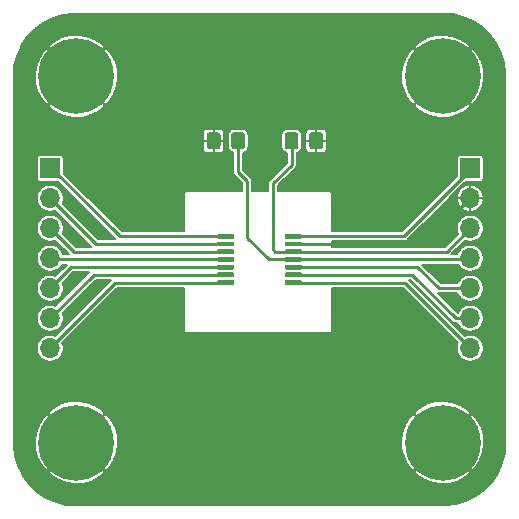
<source format=gbr>
%TF.GenerationSoftware,KiCad,Pcbnew,(5.1.10)-1*%
%TF.CreationDate,2021-11-06T00:44:08+01:00*%
%TF.ProjectId,AS5047D_breakout,41533530-3437-4445-9f62-7265616b6f75,rev?*%
%TF.SameCoordinates,Original*%
%TF.FileFunction,Copper,L1,Top*%
%TF.FilePolarity,Positive*%
%FSLAX46Y46*%
G04 Gerber Fmt 4.6, Leading zero omitted, Abs format (unit mm)*
G04 Created by KiCad (PCBNEW (5.1.10)-1) date 2021-11-06 00:44:08*
%MOMM*%
%LPD*%
G01*
G04 APERTURE LIST*
%TA.AperFunction,ComponentPad*%
%ADD10O,1.700000X1.700000*%
%TD*%
%TA.AperFunction,ComponentPad*%
%ADD11R,1.700000X1.700000*%
%TD*%
%TA.AperFunction,ComponentPad*%
%ADD12C,6.400000*%
%TD*%
%TA.AperFunction,Conductor*%
%ADD13C,0.250000*%
%TD*%
%TA.AperFunction,Conductor*%
%ADD14C,0.200000*%
%TD*%
%TA.AperFunction,Conductor*%
%ADD15C,0.100000*%
%TD*%
G04 APERTURE END LIST*
%TO.P,C2,2*%
%TO.N,GND*%
%TA.AperFunction,SMDPad,CuDef*%
G36*
G01*
X237950000Y-97525000D02*
X237950000Y-98475000D01*
G75*
G02*
X237700000Y-98725000I-250000J0D01*
G01*
X237025000Y-98725000D01*
G75*
G02*
X236775000Y-98475000I0J250000D01*
G01*
X236775000Y-97525000D01*
G75*
G02*
X237025000Y-97275000I250000J0D01*
G01*
X237700000Y-97275000D01*
G75*
G02*
X237950000Y-97525000I0J-250000D01*
G01*
G37*
%TD.AperFunction*%
%TO.P,C2,1*%
%TO.N,VCC*%
%TA.AperFunction,SMDPad,CuDef*%
G36*
G01*
X240025000Y-97525000D02*
X240025000Y-98475000D01*
G75*
G02*
X239775000Y-98725000I-250000J0D01*
G01*
X239100000Y-98725000D01*
G75*
G02*
X238850000Y-98475000I0J250000D01*
G01*
X238850000Y-97525000D01*
G75*
G02*
X239100000Y-97275000I250000J0D01*
G01*
X239775000Y-97275000D01*
G75*
G02*
X240025000Y-97525000I0J-250000D01*
G01*
G37*
%TD.AperFunction*%
%TD*%
%TO.P,C1,2*%
%TO.N,GND*%
%TA.AperFunction,SMDPad,CuDef*%
G36*
G01*
X245450000Y-98475000D02*
X245450000Y-97525000D01*
G75*
G02*
X245700000Y-97275000I250000J0D01*
G01*
X246375000Y-97275000D01*
G75*
G02*
X246625000Y-97525000I0J-250000D01*
G01*
X246625000Y-98475000D01*
G75*
G02*
X246375000Y-98725000I-250000J0D01*
G01*
X245700000Y-98725000D01*
G75*
G02*
X245450000Y-98475000I0J250000D01*
G01*
G37*
%TD.AperFunction*%
%TO.P,C1,1*%
%TO.N,/VDD3V3*%
%TA.AperFunction,SMDPad,CuDef*%
G36*
G01*
X243375000Y-98475000D02*
X243375000Y-97525000D01*
G75*
G02*
X243625000Y-97275000I250000J0D01*
G01*
X244300000Y-97275000D01*
G75*
G02*
X244550000Y-97525000I0J-250000D01*
G01*
X244550000Y-98475000D01*
G75*
G02*
X244300000Y-98725000I-250000J0D01*
G01*
X243625000Y-98725000D01*
G75*
G02*
X243375000Y-98475000I0J250000D01*
G01*
G37*
%TD.AperFunction*%
%TD*%
D10*
%TO.P,J2,7*%
%TO.N,/W_PWM*%
X259080000Y-115570000D03*
%TO.P,J2,6*%
%TO.N,/V*%
X259080000Y-113030000D03*
%TO.P,J2,5*%
%TO.N,/U*%
X259080000Y-110490000D03*
%TO.P,J2,4*%
%TO.N,VCC*%
X259080000Y-107950000D03*
%TO.P,J2,3*%
%TO.N,/VDD3V3*%
X259080000Y-105410000D03*
%TO.P,J2,2*%
%TO.N,GND*%
X259080000Y-102870000D03*
D11*
%TO.P,J2,1*%
%TO.N,/I_PWM*%
X259080000Y-100330000D03*
%TD*%
D10*
%TO.P,J1,7*%
%TO.N,/A*%
X223520000Y-115570000D03*
%TO.P,J1,6*%
%TO.N,/B*%
X223520000Y-113030000D03*
%TO.P,J1,5*%
%TO.N,/TST*%
X223520000Y-110490000D03*
%TO.P,J1,4*%
%TO.N,/MOSI*%
X223520000Y-107950000D03*
%TO.P,J1,3*%
%TO.N,/MISO*%
X223520000Y-105410000D03*
%TO.P,J1,2*%
%TO.N,/CLK*%
X223520000Y-102870000D03*
D11*
%TO.P,J1,1*%
%TO.N,/NCS*%
X223520000Y-100330000D03*
%TD*%
%TO.P,U1,14*%
%TO.N,/I_PWM*%
%TA.AperFunction,SMDPad,CuDef*%
G36*
G01*
X243375000Y-106200000D02*
X243375000Y-106000000D01*
G75*
G02*
X243475000Y-105900000I100000J0D01*
G01*
X244750000Y-105900000D01*
G75*
G02*
X244850000Y-106000000I0J-100000D01*
G01*
X244850000Y-106200000D01*
G75*
G02*
X244750000Y-106300000I-100000J0D01*
G01*
X243475000Y-106300000D01*
G75*
G02*
X243375000Y-106200000I0J100000D01*
G01*
G37*
%TD.AperFunction*%
%TO.P,U1,13*%
%TO.N,GND*%
%TA.AperFunction,SMDPad,CuDef*%
G36*
G01*
X243375000Y-106850000D02*
X243375000Y-106650000D01*
G75*
G02*
X243475000Y-106550000I100000J0D01*
G01*
X244750000Y-106550000D01*
G75*
G02*
X244850000Y-106650000I0J-100000D01*
G01*
X244850000Y-106850000D01*
G75*
G02*
X244750000Y-106950000I-100000J0D01*
G01*
X243475000Y-106950000D01*
G75*
G02*
X243375000Y-106850000I0J100000D01*
G01*
G37*
%TD.AperFunction*%
%TO.P,U1,12*%
%TO.N,/VDD3V3*%
%TA.AperFunction,SMDPad,CuDef*%
G36*
G01*
X243375000Y-107500000D02*
X243375000Y-107300000D01*
G75*
G02*
X243475000Y-107200000I100000J0D01*
G01*
X244750000Y-107200000D01*
G75*
G02*
X244850000Y-107300000I0J-100000D01*
G01*
X244850000Y-107500000D01*
G75*
G02*
X244750000Y-107600000I-100000J0D01*
G01*
X243475000Y-107600000D01*
G75*
G02*
X243375000Y-107500000I0J100000D01*
G01*
G37*
%TD.AperFunction*%
%TO.P,U1,11*%
%TO.N,VCC*%
%TA.AperFunction,SMDPad,CuDef*%
G36*
G01*
X243375000Y-108150000D02*
X243375000Y-107950000D01*
G75*
G02*
X243475000Y-107850000I100000J0D01*
G01*
X244750000Y-107850000D01*
G75*
G02*
X244850000Y-107950000I0J-100000D01*
G01*
X244850000Y-108150000D01*
G75*
G02*
X244750000Y-108250000I-100000J0D01*
G01*
X243475000Y-108250000D01*
G75*
G02*
X243375000Y-108150000I0J100000D01*
G01*
G37*
%TD.AperFunction*%
%TO.P,U1,10*%
%TO.N,/U*%
%TA.AperFunction,SMDPad,CuDef*%
G36*
G01*
X243375000Y-108800000D02*
X243375000Y-108600000D01*
G75*
G02*
X243475000Y-108500000I100000J0D01*
G01*
X244750000Y-108500000D01*
G75*
G02*
X244850000Y-108600000I0J-100000D01*
G01*
X244850000Y-108800000D01*
G75*
G02*
X244750000Y-108900000I-100000J0D01*
G01*
X243475000Y-108900000D01*
G75*
G02*
X243375000Y-108800000I0J100000D01*
G01*
G37*
%TD.AperFunction*%
%TO.P,U1,9*%
%TO.N,/V*%
%TA.AperFunction,SMDPad,CuDef*%
G36*
G01*
X243375000Y-109450000D02*
X243375000Y-109250000D01*
G75*
G02*
X243475000Y-109150000I100000J0D01*
G01*
X244750000Y-109150000D01*
G75*
G02*
X244850000Y-109250000I0J-100000D01*
G01*
X244850000Y-109450000D01*
G75*
G02*
X244750000Y-109550000I-100000J0D01*
G01*
X243475000Y-109550000D01*
G75*
G02*
X243375000Y-109450000I0J100000D01*
G01*
G37*
%TD.AperFunction*%
%TO.P,U1,8*%
%TO.N,/W_PWM*%
%TA.AperFunction,SMDPad,CuDef*%
G36*
G01*
X243375000Y-110100000D02*
X243375000Y-109900000D01*
G75*
G02*
X243475000Y-109800000I100000J0D01*
G01*
X244750000Y-109800000D01*
G75*
G02*
X244850000Y-109900000I0J-100000D01*
G01*
X244850000Y-110100000D01*
G75*
G02*
X244750000Y-110200000I-100000J0D01*
G01*
X243475000Y-110200000D01*
G75*
G02*
X243375000Y-110100000I0J100000D01*
G01*
G37*
%TD.AperFunction*%
%TO.P,U1,7*%
%TO.N,/A*%
%TA.AperFunction,SMDPad,CuDef*%
G36*
G01*
X237650000Y-110100000D02*
X237650000Y-109900000D01*
G75*
G02*
X237750000Y-109800000I100000J0D01*
G01*
X239025000Y-109800000D01*
G75*
G02*
X239125000Y-109900000I0J-100000D01*
G01*
X239125000Y-110100000D01*
G75*
G02*
X239025000Y-110200000I-100000J0D01*
G01*
X237750000Y-110200000D01*
G75*
G02*
X237650000Y-110100000I0J100000D01*
G01*
G37*
%TD.AperFunction*%
%TO.P,U1,6*%
%TO.N,/B*%
%TA.AperFunction,SMDPad,CuDef*%
G36*
G01*
X237650000Y-109450000D02*
X237650000Y-109250000D01*
G75*
G02*
X237750000Y-109150000I100000J0D01*
G01*
X239025000Y-109150000D01*
G75*
G02*
X239125000Y-109250000I0J-100000D01*
G01*
X239125000Y-109450000D01*
G75*
G02*
X239025000Y-109550000I-100000J0D01*
G01*
X237750000Y-109550000D01*
G75*
G02*
X237650000Y-109450000I0J100000D01*
G01*
G37*
%TD.AperFunction*%
%TO.P,U1,5*%
%TO.N,/TST*%
%TA.AperFunction,SMDPad,CuDef*%
G36*
G01*
X237650000Y-108800000D02*
X237650000Y-108600000D01*
G75*
G02*
X237750000Y-108500000I100000J0D01*
G01*
X239025000Y-108500000D01*
G75*
G02*
X239125000Y-108600000I0J-100000D01*
G01*
X239125000Y-108800000D01*
G75*
G02*
X239025000Y-108900000I-100000J0D01*
G01*
X237750000Y-108900000D01*
G75*
G02*
X237650000Y-108800000I0J100000D01*
G01*
G37*
%TD.AperFunction*%
%TO.P,U1,4*%
%TO.N,/MOSI*%
%TA.AperFunction,SMDPad,CuDef*%
G36*
G01*
X237650000Y-108150000D02*
X237650000Y-107950000D01*
G75*
G02*
X237750000Y-107850000I100000J0D01*
G01*
X239025000Y-107850000D01*
G75*
G02*
X239125000Y-107950000I0J-100000D01*
G01*
X239125000Y-108150000D01*
G75*
G02*
X239025000Y-108250000I-100000J0D01*
G01*
X237750000Y-108250000D01*
G75*
G02*
X237650000Y-108150000I0J100000D01*
G01*
G37*
%TD.AperFunction*%
%TO.P,U1,3*%
%TO.N,/MISO*%
%TA.AperFunction,SMDPad,CuDef*%
G36*
G01*
X237650000Y-107500000D02*
X237650000Y-107300000D01*
G75*
G02*
X237750000Y-107200000I100000J0D01*
G01*
X239025000Y-107200000D01*
G75*
G02*
X239125000Y-107300000I0J-100000D01*
G01*
X239125000Y-107500000D01*
G75*
G02*
X239025000Y-107600000I-100000J0D01*
G01*
X237750000Y-107600000D01*
G75*
G02*
X237650000Y-107500000I0J100000D01*
G01*
G37*
%TD.AperFunction*%
%TO.P,U1,2*%
%TO.N,/CLK*%
%TA.AperFunction,SMDPad,CuDef*%
G36*
G01*
X237650000Y-106850000D02*
X237650000Y-106650000D01*
G75*
G02*
X237750000Y-106550000I100000J0D01*
G01*
X239025000Y-106550000D01*
G75*
G02*
X239125000Y-106650000I0J-100000D01*
G01*
X239125000Y-106850000D01*
G75*
G02*
X239025000Y-106950000I-100000J0D01*
G01*
X237750000Y-106950000D01*
G75*
G02*
X237650000Y-106850000I0J100000D01*
G01*
G37*
%TD.AperFunction*%
%TO.P,U1,1*%
%TO.N,/NCS*%
%TA.AperFunction,SMDPad,CuDef*%
G36*
G01*
X237650000Y-106200000D02*
X237650000Y-106000000D01*
G75*
G02*
X237750000Y-105900000I100000J0D01*
G01*
X239025000Y-105900000D01*
G75*
G02*
X239125000Y-106000000I0J-100000D01*
G01*
X239125000Y-106200000D01*
G75*
G02*
X239025000Y-106300000I-100000J0D01*
G01*
X237750000Y-106300000D01*
G75*
G02*
X237650000Y-106200000I0J100000D01*
G01*
G37*
%TD.AperFunction*%
%TD*%
D12*
%TO.P,H4,1*%
%TO.N,GND*%
X225750000Y-123550000D03*
%TD*%
%TO.P,H3,1*%
%TO.N,GND*%
X225750000Y-92550000D03*
%TD*%
%TO.P,H2,1*%
%TO.N,GND*%
X256750000Y-123550000D03*
%TD*%
%TO.P,H1,1*%
%TO.N,GND*%
X256750000Y-92550000D03*
%TD*%
D13*
%TO.N,GND*%
X244112500Y-106750000D02*
X255200000Y-106750000D01*
X255200000Y-106750000D02*
X259080000Y-102870000D01*
%TO.N,VCC*%
X258980000Y-108050000D02*
X259080000Y-107950000D01*
X244112500Y-108050000D02*
X258980000Y-108050000D01*
X244112500Y-108050000D02*
X242050000Y-108050000D01*
X242050000Y-108050000D02*
X240200000Y-106200000D01*
X240200000Y-106200000D02*
X240200000Y-101400000D01*
X239437500Y-100637500D02*
X239437500Y-98000000D01*
X240200000Y-101400000D02*
X239437500Y-100637500D01*
%TO.N,/A*%
X223520000Y-115530000D02*
X223520000Y-115570000D01*
X229050000Y-110000000D02*
X223520000Y-115530000D01*
X238387500Y-110000000D02*
X229050000Y-110000000D01*
%TO.N,/B*%
X238387500Y-109350000D02*
X227200000Y-109350000D01*
X227200000Y-109350000D02*
X223520000Y-113030000D01*
%TO.N,/TST*%
X238387500Y-108700000D02*
X225310000Y-108700000D01*
X225310000Y-108700000D02*
X223520000Y-110490000D01*
%TO.N,/MOSI*%
X223620000Y-108050000D02*
X223520000Y-107950000D01*
X238387500Y-108050000D02*
X223620000Y-108050000D01*
%TO.N,/MISO*%
X238387500Y-107400000D02*
X225510000Y-107400000D01*
X225510000Y-107400000D02*
X223520000Y-105410000D01*
%TO.N,/CLK*%
X223520000Y-102870000D02*
X227400000Y-106750000D01*
X227400000Y-106750000D02*
X238387500Y-106750000D01*
%TO.N,/NCS*%
X223630000Y-100330000D02*
X223520000Y-100330000D01*
X229400000Y-106100000D02*
X223630000Y-100330000D01*
X238387500Y-106100000D02*
X229400000Y-106100000D01*
%TO.N,/W_PWM*%
X259080000Y-115530000D02*
X253550000Y-110000000D01*
X259080000Y-115570000D02*
X259080000Y-115530000D01*
X253550000Y-110000000D02*
X244112500Y-110000000D01*
%TO.N,/V*%
X244112500Y-109350000D02*
X254197919Y-109350000D01*
X254197919Y-109350000D02*
X257877919Y-113030000D01*
X257877919Y-113030000D02*
X259080000Y-113030000D01*
%TO.N,/U*%
X244112500Y-108700000D02*
X254623000Y-108700000D01*
X256413000Y-110490000D02*
X259080000Y-110490000D01*
X254623000Y-108700000D02*
X256413000Y-110490000D01*
%TO.N,/VDD3V3*%
X244112500Y-107400000D02*
X257090000Y-107400000D01*
X257090000Y-107400000D02*
X259080000Y-105410000D01*
X243962500Y-98000000D02*
X243962500Y-100037500D01*
X243962500Y-100037500D02*
X242400000Y-101600000D01*
X242400000Y-101600000D02*
X242400000Y-107200000D01*
X242600000Y-107400000D02*
X244112500Y-107400000D01*
X242400000Y-107200000D02*
X242600000Y-107400000D01*
%TO.N,/I_PWM*%
X259080000Y-100470000D02*
X259080000Y-100330000D01*
X244112500Y-106100000D02*
X253450000Y-106100000D01*
X253450000Y-106100000D02*
X259080000Y-100470000D01*
%TD*%
D14*
%TO.N,GND*%
X257647007Y-87302279D02*
X258518368Y-87528441D01*
X259339171Y-87898185D01*
X260085933Y-88400935D01*
X260737316Y-89022324D01*
X261274685Y-89744574D01*
X261682682Y-90547043D01*
X261949640Y-91406790D01*
X262069233Y-92309097D01*
X262075000Y-92553838D01*
X262075001Y-123536228D01*
X261997721Y-124447005D01*
X261771559Y-125318370D01*
X261401815Y-126139171D01*
X260899065Y-126885933D01*
X260277680Y-127537313D01*
X259555426Y-128074685D01*
X258752952Y-128482685D01*
X257893210Y-128749640D01*
X256990904Y-128869233D01*
X256746162Y-128875000D01*
X225763760Y-128875000D01*
X224852995Y-128797721D01*
X223981630Y-128571559D01*
X223160829Y-128201815D01*
X222414067Y-127699065D01*
X221762687Y-127077680D01*
X221225315Y-126355426D01*
X221040888Y-125992686D01*
X223314386Y-125992686D01*
X223680939Y-126406325D01*
X224277937Y-126755096D01*
X224931505Y-126980696D01*
X225616527Y-127074457D01*
X226306679Y-127032775D01*
X226975438Y-126857251D01*
X227597104Y-126554632D01*
X227819061Y-126406325D01*
X228185614Y-125992686D01*
X254314386Y-125992686D01*
X254680939Y-126406325D01*
X255277937Y-126755096D01*
X255931505Y-126980696D01*
X256616527Y-127074457D01*
X257306679Y-127032775D01*
X257975438Y-126857251D01*
X258597104Y-126554632D01*
X258819061Y-126406325D01*
X259185614Y-125992686D01*
X256750000Y-123557071D01*
X254314386Y-125992686D01*
X228185614Y-125992686D01*
X225750000Y-123557071D01*
X223314386Y-125992686D01*
X221040888Y-125992686D01*
X220817315Y-125552952D01*
X220550360Y-124693210D01*
X220430767Y-123790904D01*
X220425000Y-123546162D01*
X220425000Y-123416527D01*
X222225543Y-123416527D01*
X222267225Y-124106679D01*
X222442749Y-124775438D01*
X222745368Y-125397104D01*
X222893675Y-125619061D01*
X223307314Y-125985614D01*
X225742929Y-123550000D01*
X225757071Y-123550000D01*
X228192686Y-125985614D01*
X228606325Y-125619061D01*
X228955096Y-125022063D01*
X229180696Y-124368495D01*
X229274457Y-123683473D01*
X229258335Y-123416527D01*
X253225543Y-123416527D01*
X253267225Y-124106679D01*
X253442749Y-124775438D01*
X253745368Y-125397104D01*
X253893675Y-125619061D01*
X254307314Y-125985614D01*
X256742929Y-123550000D01*
X256757071Y-123550000D01*
X259192686Y-125985614D01*
X259606325Y-125619061D01*
X259955096Y-125022063D01*
X260180696Y-124368495D01*
X260274457Y-123683473D01*
X260232775Y-122993321D01*
X260057251Y-122324562D01*
X259754632Y-121702896D01*
X259606325Y-121480939D01*
X259192686Y-121114386D01*
X256757071Y-123550000D01*
X256742929Y-123550000D01*
X254307314Y-121114386D01*
X253893675Y-121480939D01*
X253544904Y-122077937D01*
X253319304Y-122731505D01*
X253225543Y-123416527D01*
X229258335Y-123416527D01*
X229232775Y-122993321D01*
X229057251Y-122324562D01*
X228754632Y-121702896D01*
X228606325Y-121480939D01*
X228192686Y-121114386D01*
X225757071Y-123550000D01*
X225742929Y-123550000D01*
X223307314Y-121114386D01*
X222893675Y-121480939D01*
X222544904Y-122077937D01*
X222319304Y-122731505D01*
X222225543Y-123416527D01*
X220425000Y-123416527D01*
X220425000Y-121107314D01*
X223314386Y-121107314D01*
X225750000Y-123542929D01*
X228185614Y-121107314D01*
X254314386Y-121107314D01*
X256750000Y-123542929D01*
X259185614Y-121107314D01*
X258819061Y-120693675D01*
X258222063Y-120344904D01*
X257568495Y-120119304D01*
X256883473Y-120025543D01*
X256193321Y-120067225D01*
X255524562Y-120242749D01*
X254902896Y-120545368D01*
X254680939Y-120693675D01*
X254314386Y-121107314D01*
X228185614Y-121107314D01*
X227819061Y-120693675D01*
X227222063Y-120344904D01*
X226568495Y-120119304D01*
X225883473Y-120025543D01*
X225193321Y-120067225D01*
X224524562Y-120242749D01*
X223902896Y-120545368D01*
X223680939Y-120693675D01*
X223314386Y-121107314D01*
X220425000Y-121107314D01*
X220425000Y-99480000D01*
X222368549Y-99480000D01*
X222368549Y-101180000D01*
X222374341Y-101238810D01*
X222391496Y-101295360D01*
X222419353Y-101347477D01*
X222456842Y-101393158D01*
X222502523Y-101430647D01*
X222554640Y-101458504D01*
X222611190Y-101475659D01*
X222670000Y-101481451D01*
X224180411Y-101481451D01*
X229023959Y-106325000D01*
X227576040Y-106325000D01*
X224576212Y-103325172D01*
X224625806Y-103205443D01*
X224670000Y-102983265D01*
X224670000Y-102756735D01*
X224625806Y-102534557D01*
X224539116Y-102325271D01*
X224413263Y-102136918D01*
X224253082Y-101976737D01*
X224064729Y-101850884D01*
X223855443Y-101764194D01*
X223633265Y-101720000D01*
X223406735Y-101720000D01*
X223184557Y-101764194D01*
X222975271Y-101850884D01*
X222786918Y-101976737D01*
X222626737Y-102136918D01*
X222500884Y-102325271D01*
X222414194Y-102534557D01*
X222370000Y-102756735D01*
X222370000Y-102983265D01*
X222414194Y-103205443D01*
X222500884Y-103414729D01*
X222626737Y-103603082D01*
X222786918Y-103763263D01*
X222975271Y-103889116D01*
X223184557Y-103975806D01*
X223406735Y-104020000D01*
X223633265Y-104020000D01*
X223855443Y-103975806D01*
X223975172Y-103926212D01*
X227023960Y-106975000D01*
X225686041Y-106975000D01*
X224576212Y-105865172D01*
X224625806Y-105745443D01*
X224670000Y-105523265D01*
X224670000Y-105296735D01*
X224625806Y-105074557D01*
X224539116Y-104865271D01*
X224413263Y-104676918D01*
X224253082Y-104516737D01*
X224064729Y-104390884D01*
X223855443Y-104304194D01*
X223633265Y-104260000D01*
X223406735Y-104260000D01*
X223184557Y-104304194D01*
X222975271Y-104390884D01*
X222786918Y-104516737D01*
X222626737Y-104676918D01*
X222500884Y-104865271D01*
X222414194Y-105074557D01*
X222370000Y-105296735D01*
X222370000Y-105523265D01*
X222414194Y-105745443D01*
X222500884Y-105954729D01*
X222626737Y-106143082D01*
X222786918Y-106303263D01*
X222975271Y-106429116D01*
X223184557Y-106515806D01*
X223406735Y-106560000D01*
X223633265Y-106560000D01*
X223855443Y-106515806D01*
X223975172Y-106466212D01*
X225133959Y-107625000D01*
X224627883Y-107625000D01*
X224625806Y-107614557D01*
X224539116Y-107405271D01*
X224413263Y-107216918D01*
X224253082Y-107056737D01*
X224064729Y-106930884D01*
X223855443Y-106844194D01*
X223633265Y-106800000D01*
X223406735Y-106800000D01*
X223184557Y-106844194D01*
X222975271Y-106930884D01*
X222786918Y-107056737D01*
X222626737Y-107216918D01*
X222500884Y-107405271D01*
X222414194Y-107614557D01*
X222370000Y-107836735D01*
X222370000Y-108063265D01*
X222414194Y-108285443D01*
X222500884Y-108494729D01*
X222626737Y-108683082D01*
X222786918Y-108843263D01*
X222975271Y-108969116D01*
X223184557Y-109055806D01*
X223406735Y-109100000D01*
X223633265Y-109100000D01*
X223855443Y-109055806D01*
X224064729Y-108969116D01*
X224253082Y-108843263D01*
X224413263Y-108683082D01*
X224539116Y-108494729D01*
X224547288Y-108475000D01*
X224933959Y-108475000D01*
X223975172Y-109433788D01*
X223855443Y-109384194D01*
X223633265Y-109340000D01*
X223406735Y-109340000D01*
X223184557Y-109384194D01*
X222975271Y-109470884D01*
X222786918Y-109596737D01*
X222626737Y-109756918D01*
X222500884Y-109945271D01*
X222414194Y-110154557D01*
X222370000Y-110376735D01*
X222370000Y-110603265D01*
X222414194Y-110825443D01*
X222500884Y-111034729D01*
X222626737Y-111223082D01*
X222786918Y-111383263D01*
X222975271Y-111509116D01*
X223184557Y-111595806D01*
X223406735Y-111640000D01*
X223633265Y-111640000D01*
X223855443Y-111595806D01*
X224064729Y-111509116D01*
X224253082Y-111383263D01*
X224413263Y-111223082D01*
X224539116Y-111034729D01*
X224625806Y-110825443D01*
X224670000Y-110603265D01*
X224670000Y-110376735D01*
X224625806Y-110154557D01*
X224576212Y-110034828D01*
X225486041Y-109125000D01*
X226823959Y-109125000D01*
X223975172Y-111973788D01*
X223855443Y-111924194D01*
X223633265Y-111880000D01*
X223406735Y-111880000D01*
X223184557Y-111924194D01*
X222975271Y-112010884D01*
X222786918Y-112136737D01*
X222626737Y-112296918D01*
X222500884Y-112485271D01*
X222414194Y-112694557D01*
X222370000Y-112916735D01*
X222370000Y-113143265D01*
X222414194Y-113365443D01*
X222500884Y-113574729D01*
X222626737Y-113763082D01*
X222786918Y-113923263D01*
X222975271Y-114049116D01*
X223184557Y-114135806D01*
X223406735Y-114180000D01*
X223633265Y-114180000D01*
X223855443Y-114135806D01*
X224064729Y-114049116D01*
X224253082Y-113923263D01*
X224413263Y-113763082D01*
X224539116Y-113574729D01*
X224625806Y-113365443D01*
X224670000Y-113143265D01*
X224670000Y-112916735D01*
X224625806Y-112694557D01*
X224576212Y-112574828D01*
X227376041Y-109775000D01*
X228673959Y-109775000D01*
X223946888Y-114502072D01*
X223855443Y-114464194D01*
X223633265Y-114420000D01*
X223406735Y-114420000D01*
X223184557Y-114464194D01*
X222975271Y-114550884D01*
X222786918Y-114676737D01*
X222626737Y-114836918D01*
X222500884Y-115025271D01*
X222414194Y-115234557D01*
X222370000Y-115456735D01*
X222370000Y-115683265D01*
X222414194Y-115905443D01*
X222500884Y-116114729D01*
X222626737Y-116303082D01*
X222786918Y-116463263D01*
X222975271Y-116589116D01*
X223184557Y-116675806D01*
X223406735Y-116720000D01*
X223633265Y-116720000D01*
X223855443Y-116675806D01*
X224064729Y-116589116D01*
X224253082Y-116463263D01*
X224413263Y-116303082D01*
X224539116Y-116114729D01*
X224625806Y-115905443D01*
X224670000Y-115683265D01*
X224670000Y-115456735D01*
X224625806Y-115234557D01*
X224564496Y-115086544D01*
X229226041Y-110425000D01*
X234897665Y-110425000D01*
X234897665Y-114150000D01*
X234899586Y-114169509D01*
X234905277Y-114188268D01*
X234914518Y-114205557D01*
X234926954Y-114220711D01*
X234942108Y-114233147D01*
X234959397Y-114242388D01*
X234978156Y-114248079D01*
X234997665Y-114250000D01*
X247247665Y-114250000D01*
X247267174Y-114248079D01*
X247285933Y-114242388D01*
X247303222Y-114233147D01*
X247318376Y-114220711D01*
X247330812Y-114205557D01*
X247340053Y-114188268D01*
X247345744Y-114169509D01*
X247347665Y-114150000D01*
X247347665Y-110425000D01*
X253373960Y-110425000D01*
X258035503Y-115086544D01*
X257974194Y-115234557D01*
X257930000Y-115456735D01*
X257930000Y-115683265D01*
X257974194Y-115905443D01*
X258060884Y-116114729D01*
X258186737Y-116303082D01*
X258346918Y-116463263D01*
X258535271Y-116589116D01*
X258744557Y-116675806D01*
X258966735Y-116720000D01*
X259193265Y-116720000D01*
X259415443Y-116675806D01*
X259624729Y-116589116D01*
X259813082Y-116463263D01*
X259973263Y-116303082D01*
X260099116Y-116114729D01*
X260185806Y-115905443D01*
X260230000Y-115683265D01*
X260230000Y-115456735D01*
X260185806Y-115234557D01*
X260099116Y-115025271D01*
X259973263Y-114836918D01*
X259813082Y-114676737D01*
X259624729Y-114550884D01*
X259415443Y-114464194D01*
X259193265Y-114420000D01*
X258966735Y-114420000D01*
X258744557Y-114464194D01*
X258653113Y-114502072D01*
X253926040Y-109775000D01*
X254021879Y-109775000D01*
X257562640Y-113315762D01*
X257575945Y-113331974D01*
X257640659Y-113385084D01*
X257714492Y-113424548D01*
X257770302Y-113441478D01*
X257794604Y-113448850D01*
X257802246Y-113449603D01*
X257857045Y-113455000D01*
X257857052Y-113455000D01*
X257877919Y-113457055D01*
X257898786Y-113455000D01*
X258011290Y-113455000D01*
X258060884Y-113574729D01*
X258186737Y-113763082D01*
X258346918Y-113923263D01*
X258535271Y-114049116D01*
X258744557Y-114135806D01*
X258966735Y-114180000D01*
X259193265Y-114180000D01*
X259415443Y-114135806D01*
X259624729Y-114049116D01*
X259813082Y-113923263D01*
X259973263Y-113763082D01*
X260099116Y-113574729D01*
X260185806Y-113365443D01*
X260230000Y-113143265D01*
X260230000Y-112916735D01*
X260185806Y-112694557D01*
X260099116Y-112485271D01*
X259973263Y-112296918D01*
X259813082Y-112136737D01*
X259624729Y-112010884D01*
X259415443Y-111924194D01*
X259193265Y-111880000D01*
X258966735Y-111880000D01*
X258744557Y-111924194D01*
X258535271Y-112010884D01*
X258346918Y-112136737D01*
X258186737Y-112296918D01*
X258060884Y-112485271D01*
X258023788Y-112574828D01*
X256360882Y-110911923D01*
X256392126Y-110915000D01*
X256392132Y-110915000D01*
X256412999Y-110917055D01*
X256433866Y-110915000D01*
X258011290Y-110915000D01*
X258060884Y-111034729D01*
X258186737Y-111223082D01*
X258346918Y-111383263D01*
X258535271Y-111509116D01*
X258744557Y-111595806D01*
X258966735Y-111640000D01*
X259193265Y-111640000D01*
X259415443Y-111595806D01*
X259624729Y-111509116D01*
X259813082Y-111383263D01*
X259973263Y-111223082D01*
X260099116Y-111034729D01*
X260185806Y-110825443D01*
X260230000Y-110603265D01*
X260230000Y-110376735D01*
X260185806Y-110154557D01*
X260099116Y-109945271D01*
X259973263Y-109756918D01*
X259813082Y-109596737D01*
X259624729Y-109470884D01*
X259415443Y-109384194D01*
X259193265Y-109340000D01*
X258966735Y-109340000D01*
X258744557Y-109384194D01*
X258535271Y-109470884D01*
X258346918Y-109596737D01*
X258186737Y-109756918D01*
X258060884Y-109945271D01*
X258011290Y-110065000D01*
X256589041Y-110065000D01*
X254999040Y-108475000D01*
X258052712Y-108475000D01*
X258060884Y-108494729D01*
X258186737Y-108683082D01*
X258346918Y-108843263D01*
X258535271Y-108969116D01*
X258744557Y-109055806D01*
X258966735Y-109100000D01*
X259193265Y-109100000D01*
X259415443Y-109055806D01*
X259624729Y-108969116D01*
X259813082Y-108843263D01*
X259973263Y-108683082D01*
X260099116Y-108494729D01*
X260185806Y-108285443D01*
X260230000Y-108063265D01*
X260230000Y-107836735D01*
X260185806Y-107614557D01*
X260099116Y-107405271D01*
X259973263Y-107216918D01*
X259813082Y-107056737D01*
X259624729Y-106930884D01*
X259415443Y-106844194D01*
X259193265Y-106800000D01*
X258966735Y-106800000D01*
X258744557Y-106844194D01*
X258535271Y-106930884D01*
X258346918Y-107056737D01*
X258186737Y-107216918D01*
X258060884Y-107405271D01*
X257974194Y-107614557D01*
X257972117Y-107625000D01*
X257466040Y-107625000D01*
X258624828Y-106466212D01*
X258744557Y-106515806D01*
X258966735Y-106560000D01*
X259193265Y-106560000D01*
X259415443Y-106515806D01*
X259624729Y-106429116D01*
X259813082Y-106303263D01*
X259973263Y-106143082D01*
X260099116Y-105954729D01*
X260185806Y-105745443D01*
X260230000Y-105523265D01*
X260230000Y-105296735D01*
X260185806Y-105074557D01*
X260099116Y-104865271D01*
X259973263Y-104676918D01*
X259813082Y-104516737D01*
X259624729Y-104390884D01*
X259415443Y-104304194D01*
X259193265Y-104260000D01*
X258966735Y-104260000D01*
X258744557Y-104304194D01*
X258535271Y-104390884D01*
X258346918Y-104516737D01*
X258186737Y-104676918D01*
X258060884Y-104865271D01*
X257974194Y-105074557D01*
X257930000Y-105296735D01*
X257930000Y-105523265D01*
X257974194Y-105745443D01*
X258023788Y-105865172D01*
X256913960Y-106975000D01*
X247347665Y-106975000D01*
X247347665Y-106525000D01*
X253429133Y-106525000D01*
X253450000Y-106527055D01*
X253470867Y-106525000D01*
X253470874Y-106525000D01*
X253533314Y-106518850D01*
X253613427Y-106494548D01*
X253687260Y-106455084D01*
X253751974Y-106401974D01*
X253765284Y-106385756D01*
X257094639Y-103056401D01*
X257935075Y-103056401D01*
X257950894Y-103135932D01*
X258024470Y-103351100D01*
X258138610Y-103547779D01*
X258288927Y-103718412D01*
X258469644Y-103856441D01*
X258673817Y-103956561D01*
X258893599Y-104014925D01*
X259075000Y-103952489D01*
X259075000Y-102875000D01*
X259085000Y-102875000D01*
X259085000Y-103952489D01*
X259266401Y-104014925D01*
X259486183Y-103956561D01*
X259690356Y-103856441D01*
X259871073Y-103718412D01*
X260021390Y-103547779D01*
X260135530Y-103351100D01*
X260209106Y-103135932D01*
X260224925Y-103056401D01*
X260162488Y-102875000D01*
X259085000Y-102875000D01*
X259075000Y-102875000D01*
X257997512Y-102875000D01*
X257935075Y-103056401D01*
X257094639Y-103056401D01*
X257467441Y-102683599D01*
X257935075Y-102683599D01*
X257997512Y-102865000D01*
X259075000Y-102865000D01*
X259075000Y-101787511D01*
X259085000Y-101787511D01*
X259085000Y-102865000D01*
X260162488Y-102865000D01*
X260224925Y-102683599D01*
X260209106Y-102604068D01*
X260135530Y-102388900D01*
X260021390Y-102192221D01*
X259871073Y-102021588D01*
X259690356Y-101883559D01*
X259486183Y-101783439D01*
X259266401Y-101725075D01*
X259085000Y-101787511D01*
X259075000Y-101787511D01*
X258893599Y-101725075D01*
X258673817Y-101783439D01*
X258469644Y-101883559D01*
X258288927Y-102021588D01*
X258138610Y-102192221D01*
X258024470Y-102388900D01*
X257950894Y-102604068D01*
X257935075Y-102683599D01*
X257467441Y-102683599D01*
X258669590Y-101481451D01*
X259930000Y-101481451D01*
X259988810Y-101475659D01*
X260045360Y-101458504D01*
X260097477Y-101430647D01*
X260143158Y-101393158D01*
X260180647Y-101347477D01*
X260208504Y-101295360D01*
X260225659Y-101238810D01*
X260231451Y-101180000D01*
X260231451Y-99480000D01*
X260225659Y-99421190D01*
X260208504Y-99364640D01*
X260180647Y-99312523D01*
X260143158Y-99266842D01*
X260097477Y-99229353D01*
X260045360Y-99201496D01*
X259988810Y-99184341D01*
X259930000Y-99178549D01*
X258230000Y-99178549D01*
X258171190Y-99184341D01*
X258114640Y-99201496D01*
X258062523Y-99229353D01*
X258016842Y-99266842D01*
X257979353Y-99312523D01*
X257951496Y-99364640D01*
X257934341Y-99421190D01*
X257928549Y-99480000D01*
X257928549Y-101020410D01*
X253273960Y-105675000D01*
X247347665Y-105675000D01*
X247347665Y-102350000D01*
X247345744Y-102330491D01*
X247340053Y-102311732D01*
X247330812Y-102294443D01*
X247318376Y-102279289D01*
X247303222Y-102266853D01*
X247285933Y-102257612D01*
X247267174Y-102251921D01*
X247247665Y-102250000D01*
X242825000Y-102250000D01*
X242825000Y-101776040D01*
X244248262Y-100352779D01*
X244264474Y-100339474D01*
X244317584Y-100274760D01*
X244351961Y-100210445D01*
X244357048Y-100200928D01*
X244381350Y-100120814D01*
X244384115Y-100092740D01*
X244387500Y-100058374D01*
X244387500Y-100058367D01*
X244389555Y-100037500D01*
X244387500Y-100016633D01*
X244387500Y-99017833D01*
X244407583Y-99015855D01*
X244511031Y-98984474D01*
X244606370Y-98933515D01*
X244689935Y-98864935D01*
X244758515Y-98781370D01*
X244788644Y-98725000D01*
X245138500Y-98725000D01*
X245144485Y-98785771D01*
X245162212Y-98844206D01*
X245190997Y-98898060D01*
X245229736Y-98945264D01*
X245276940Y-98984003D01*
X245330794Y-99012788D01*
X245389229Y-99030515D01*
X245450000Y-99036500D01*
X245955000Y-99035000D01*
X246032500Y-98957500D01*
X246032500Y-98005000D01*
X246042500Y-98005000D01*
X246042500Y-98957500D01*
X246120000Y-99035000D01*
X246625000Y-99036500D01*
X246685771Y-99030515D01*
X246744206Y-99012788D01*
X246798060Y-98984003D01*
X246845264Y-98945264D01*
X246884003Y-98898060D01*
X246912788Y-98844206D01*
X246930515Y-98785771D01*
X246936500Y-98725000D01*
X246935000Y-98082500D01*
X246857500Y-98005000D01*
X246042500Y-98005000D01*
X246032500Y-98005000D01*
X245217500Y-98005000D01*
X245140000Y-98082500D01*
X245138500Y-98725000D01*
X244788644Y-98725000D01*
X244809474Y-98686031D01*
X244840855Y-98582583D01*
X244851451Y-98475000D01*
X244851451Y-97525000D01*
X244840855Y-97417417D01*
X244809474Y-97313969D01*
X244788645Y-97275000D01*
X245138500Y-97275000D01*
X245140000Y-97917500D01*
X245217500Y-97995000D01*
X246032500Y-97995000D01*
X246032500Y-97042500D01*
X246042500Y-97042500D01*
X246042500Y-97995000D01*
X246857500Y-97995000D01*
X246935000Y-97917500D01*
X246936500Y-97275000D01*
X246930515Y-97214229D01*
X246912788Y-97155794D01*
X246884003Y-97101940D01*
X246845264Y-97054736D01*
X246798060Y-97015997D01*
X246744206Y-96987212D01*
X246685771Y-96969485D01*
X246625000Y-96963500D01*
X246120000Y-96965000D01*
X246042500Y-97042500D01*
X246032500Y-97042500D01*
X245955000Y-96965000D01*
X245450000Y-96963500D01*
X245389229Y-96969485D01*
X245330794Y-96987212D01*
X245276940Y-97015997D01*
X245229736Y-97054736D01*
X245190997Y-97101940D01*
X245162212Y-97155794D01*
X245144485Y-97214229D01*
X245138500Y-97275000D01*
X244788645Y-97275000D01*
X244758515Y-97218630D01*
X244689935Y-97135065D01*
X244606370Y-97066485D01*
X244511031Y-97015526D01*
X244407583Y-96984145D01*
X244300000Y-96973549D01*
X243625000Y-96973549D01*
X243517417Y-96984145D01*
X243413969Y-97015526D01*
X243318630Y-97066485D01*
X243235065Y-97135065D01*
X243166485Y-97218630D01*
X243115526Y-97313969D01*
X243084145Y-97417417D01*
X243073549Y-97525000D01*
X243073549Y-98475000D01*
X243084145Y-98582583D01*
X243115526Y-98686031D01*
X243166485Y-98781370D01*
X243235065Y-98864935D01*
X243318630Y-98933515D01*
X243413969Y-98984474D01*
X243517417Y-99015855D01*
X243537500Y-99017833D01*
X243537501Y-99861458D01*
X242114243Y-101284717D01*
X242098026Y-101298026D01*
X242044916Y-101362741D01*
X242005452Y-101436574D01*
X241981150Y-101516687D01*
X241975000Y-101579127D01*
X241975000Y-101579133D01*
X241972945Y-101600000D01*
X241975000Y-101620867D01*
X241975000Y-102250000D01*
X240625000Y-102250000D01*
X240625000Y-101420867D01*
X240627055Y-101400000D01*
X240625000Y-101379133D01*
X240625000Y-101379126D01*
X240618850Y-101316686D01*
X240594548Y-101236573D01*
X240594548Y-101236572D01*
X240564924Y-101181150D01*
X240555084Y-101162740D01*
X240501974Y-101098026D01*
X240485762Y-101084721D01*
X239862500Y-100461460D01*
X239862500Y-99017833D01*
X239882583Y-99015855D01*
X239986031Y-98984474D01*
X240081370Y-98933515D01*
X240164935Y-98864935D01*
X240233515Y-98781370D01*
X240284474Y-98686031D01*
X240315855Y-98582583D01*
X240326451Y-98475000D01*
X240326451Y-97525000D01*
X240315855Y-97417417D01*
X240284474Y-97313969D01*
X240233515Y-97218630D01*
X240164935Y-97135065D01*
X240081370Y-97066485D01*
X239986031Y-97015526D01*
X239882583Y-96984145D01*
X239775000Y-96973549D01*
X239100000Y-96973549D01*
X238992417Y-96984145D01*
X238888969Y-97015526D01*
X238793630Y-97066485D01*
X238710065Y-97135065D01*
X238641485Y-97218630D01*
X238590526Y-97313969D01*
X238559145Y-97417417D01*
X238548549Y-97525000D01*
X238548549Y-98475000D01*
X238559145Y-98582583D01*
X238590526Y-98686031D01*
X238641485Y-98781370D01*
X238710065Y-98864935D01*
X238793630Y-98933515D01*
X238888969Y-98984474D01*
X238992417Y-99015855D01*
X239012501Y-99017833D01*
X239012500Y-100616633D01*
X239010445Y-100637500D01*
X239012500Y-100658367D01*
X239012500Y-100658373D01*
X239018650Y-100720813D01*
X239042952Y-100800926D01*
X239082416Y-100874759D01*
X239135526Y-100939474D01*
X239151743Y-100952783D01*
X239775001Y-101576042D01*
X239775001Y-102250000D01*
X234997665Y-102250000D01*
X234978156Y-102251921D01*
X234959397Y-102257612D01*
X234942108Y-102266853D01*
X234926954Y-102279289D01*
X234914518Y-102294443D01*
X234905277Y-102311732D01*
X234899586Y-102330491D01*
X234897665Y-102350000D01*
X234897665Y-105675000D01*
X229576041Y-105675000D01*
X224671451Y-100770411D01*
X224671451Y-99480000D01*
X224665659Y-99421190D01*
X224648504Y-99364640D01*
X224620647Y-99312523D01*
X224583158Y-99266842D01*
X224537477Y-99229353D01*
X224485360Y-99201496D01*
X224428810Y-99184341D01*
X224370000Y-99178549D01*
X222670000Y-99178549D01*
X222611190Y-99184341D01*
X222554640Y-99201496D01*
X222502523Y-99229353D01*
X222456842Y-99266842D01*
X222419353Y-99312523D01*
X222391496Y-99364640D01*
X222374341Y-99421190D01*
X222368549Y-99480000D01*
X220425000Y-99480000D01*
X220425000Y-98725000D01*
X236463500Y-98725000D01*
X236469485Y-98785771D01*
X236487212Y-98844206D01*
X236515997Y-98898060D01*
X236554736Y-98945264D01*
X236601940Y-98984003D01*
X236655794Y-99012788D01*
X236714229Y-99030515D01*
X236775000Y-99036500D01*
X237280000Y-99035000D01*
X237357500Y-98957500D01*
X237357500Y-98005000D01*
X237367500Y-98005000D01*
X237367500Y-98957500D01*
X237445000Y-99035000D01*
X237950000Y-99036500D01*
X238010771Y-99030515D01*
X238069206Y-99012788D01*
X238123060Y-98984003D01*
X238170264Y-98945264D01*
X238209003Y-98898060D01*
X238237788Y-98844206D01*
X238255515Y-98785771D01*
X238261500Y-98725000D01*
X238260000Y-98082500D01*
X238182500Y-98005000D01*
X237367500Y-98005000D01*
X237357500Y-98005000D01*
X236542500Y-98005000D01*
X236465000Y-98082500D01*
X236463500Y-98725000D01*
X220425000Y-98725000D01*
X220425000Y-97275000D01*
X236463500Y-97275000D01*
X236465000Y-97917500D01*
X236542500Y-97995000D01*
X237357500Y-97995000D01*
X237357500Y-97042500D01*
X237367500Y-97042500D01*
X237367500Y-97995000D01*
X238182500Y-97995000D01*
X238260000Y-97917500D01*
X238261500Y-97275000D01*
X238255515Y-97214229D01*
X238237788Y-97155794D01*
X238209003Y-97101940D01*
X238170264Y-97054736D01*
X238123060Y-97015997D01*
X238069206Y-96987212D01*
X238010771Y-96969485D01*
X237950000Y-96963500D01*
X237445000Y-96965000D01*
X237367500Y-97042500D01*
X237357500Y-97042500D01*
X237280000Y-96965000D01*
X236775000Y-96963500D01*
X236714229Y-96969485D01*
X236655794Y-96987212D01*
X236601940Y-97015997D01*
X236554736Y-97054736D01*
X236515997Y-97101940D01*
X236487212Y-97155794D01*
X236469485Y-97214229D01*
X236463500Y-97275000D01*
X220425000Y-97275000D01*
X220425000Y-94992686D01*
X223314386Y-94992686D01*
X223680939Y-95406325D01*
X224277937Y-95755096D01*
X224931505Y-95980696D01*
X225616527Y-96074457D01*
X226306679Y-96032775D01*
X226975438Y-95857251D01*
X227597104Y-95554632D01*
X227819061Y-95406325D01*
X228185614Y-94992686D01*
X254314386Y-94992686D01*
X254680939Y-95406325D01*
X255277937Y-95755096D01*
X255931505Y-95980696D01*
X256616527Y-96074457D01*
X257306679Y-96032775D01*
X257975438Y-95857251D01*
X258597104Y-95554632D01*
X258819061Y-95406325D01*
X259185614Y-94992686D01*
X256750000Y-92557071D01*
X254314386Y-94992686D01*
X228185614Y-94992686D01*
X225750000Y-92557071D01*
X223314386Y-94992686D01*
X220425000Y-94992686D01*
X220425000Y-92563760D01*
X220437492Y-92416527D01*
X222225543Y-92416527D01*
X222267225Y-93106679D01*
X222442749Y-93775438D01*
X222745368Y-94397104D01*
X222893675Y-94619061D01*
X223307314Y-94985614D01*
X225742929Y-92550000D01*
X225757071Y-92550000D01*
X228192686Y-94985614D01*
X228606325Y-94619061D01*
X228955096Y-94022063D01*
X229180696Y-93368495D01*
X229274457Y-92683473D01*
X229258335Y-92416527D01*
X253225543Y-92416527D01*
X253267225Y-93106679D01*
X253442749Y-93775438D01*
X253745368Y-94397104D01*
X253893675Y-94619061D01*
X254307314Y-94985614D01*
X256742929Y-92550000D01*
X256757071Y-92550000D01*
X259192686Y-94985614D01*
X259606325Y-94619061D01*
X259955096Y-94022063D01*
X260180696Y-93368495D01*
X260274457Y-92683473D01*
X260232775Y-91993321D01*
X260057251Y-91324562D01*
X259754632Y-90702896D01*
X259606325Y-90480939D01*
X259192686Y-90114386D01*
X256757071Y-92550000D01*
X256742929Y-92550000D01*
X254307314Y-90114386D01*
X253893675Y-90480939D01*
X253544904Y-91077937D01*
X253319304Y-91731505D01*
X253225543Y-92416527D01*
X229258335Y-92416527D01*
X229232775Y-91993321D01*
X229057251Y-91324562D01*
X228754632Y-90702896D01*
X228606325Y-90480939D01*
X228192686Y-90114386D01*
X225757071Y-92550000D01*
X225742929Y-92550000D01*
X223307314Y-90114386D01*
X222893675Y-90480939D01*
X222544904Y-91077937D01*
X222319304Y-91731505D01*
X222225543Y-92416527D01*
X220437492Y-92416527D01*
X220502279Y-91652993D01*
X220728441Y-90781632D01*
X221032198Y-90107314D01*
X223314386Y-90107314D01*
X225750000Y-92542929D01*
X228185614Y-90107314D01*
X254314386Y-90107314D01*
X256750000Y-92542929D01*
X259185614Y-90107314D01*
X258819061Y-89693675D01*
X258222063Y-89344904D01*
X257568495Y-89119304D01*
X256883473Y-89025543D01*
X256193321Y-89067225D01*
X255524562Y-89242749D01*
X254902896Y-89545368D01*
X254680939Y-89693675D01*
X254314386Y-90107314D01*
X228185614Y-90107314D01*
X227819061Y-89693675D01*
X227222063Y-89344904D01*
X226568495Y-89119304D01*
X225883473Y-89025543D01*
X225193321Y-89067225D01*
X224524562Y-89242749D01*
X223902896Y-89545368D01*
X223680939Y-89693675D01*
X223314386Y-90107314D01*
X221032198Y-90107314D01*
X221098185Y-89960829D01*
X221600935Y-89214067D01*
X222222324Y-88562684D01*
X222944574Y-88025315D01*
X223747043Y-87617318D01*
X224606790Y-87350360D01*
X225509097Y-87230767D01*
X225753838Y-87225000D01*
X256736240Y-87225000D01*
X257647007Y-87302279D01*
%TA.AperFunction,Conductor*%
D15*
G36*
X257647007Y-87302279D02*
G01*
X258518368Y-87528441D01*
X259339171Y-87898185D01*
X260085933Y-88400935D01*
X260737316Y-89022324D01*
X261274685Y-89744574D01*
X261682682Y-90547043D01*
X261949640Y-91406790D01*
X262069233Y-92309097D01*
X262075000Y-92553838D01*
X262075001Y-123536228D01*
X261997721Y-124447005D01*
X261771559Y-125318370D01*
X261401815Y-126139171D01*
X260899065Y-126885933D01*
X260277680Y-127537313D01*
X259555426Y-128074685D01*
X258752952Y-128482685D01*
X257893210Y-128749640D01*
X256990904Y-128869233D01*
X256746162Y-128875000D01*
X225763760Y-128875000D01*
X224852995Y-128797721D01*
X223981630Y-128571559D01*
X223160829Y-128201815D01*
X222414067Y-127699065D01*
X221762687Y-127077680D01*
X221225315Y-126355426D01*
X221040888Y-125992686D01*
X223314386Y-125992686D01*
X223680939Y-126406325D01*
X224277937Y-126755096D01*
X224931505Y-126980696D01*
X225616527Y-127074457D01*
X226306679Y-127032775D01*
X226975438Y-126857251D01*
X227597104Y-126554632D01*
X227819061Y-126406325D01*
X228185614Y-125992686D01*
X254314386Y-125992686D01*
X254680939Y-126406325D01*
X255277937Y-126755096D01*
X255931505Y-126980696D01*
X256616527Y-127074457D01*
X257306679Y-127032775D01*
X257975438Y-126857251D01*
X258597104Y-126554632D01*
X258819061Y-126406325D01*
X259185614Y-125992686D01*
X256750000Y-123557071D01*
X254314386Y-125992686D01*
X228185614Y-125992686D01*
X225750000Y-123557071D01*
X223314386Y-125992686D01*
X221040888Y-125992686D01*
X220817315Y-125552952D01*
X220550360Y-124693210D01*
X220430767Y-123790904D01*
X220425000Y-123546162D01*
X220425000Y-123416527D01*
X222225543Y-123416527D01*
X222267225Y-124106679D01*
X222442749Y-124775438D01*
X222745368Y-125397104D01*
X222893675Y-125619061D01*
X223307314Y-125985614D01*
X225742929Y-123550000D01*
X225757071Y-123550000D01*
X228192686Y-125985614D01*
X228606325Y-125619061D01*
X228955096Y-125022063D01*
X229180696Y-124368495D01*
X229274457Y-123683473D01*
X229258335Y-123416527D01*
X253225543Y-123416527D01*
X253267225Y-124106679D01*
X253442749Y-124775438D01*
X253745368Y-125397104D01*
X253893675Y-125619061D01*
X254307314Y-125985614D01*
X256742929Y-123550000D01*
X256757071Y-123550000D01*
X259192686Y-125985614D01*
X259606325Y-125619061D01*
X259955096Y-125022063D01*
X260180696Y-124368495D01*
X260274457Y-123683473D01*
X260232775Y-122993321D01*
X260057251Y-122324562D01*
X259754632Y-121702896D01*
X259606325Y-121480939D01*
X259192686Y-121114386D01*
X256757071Y-123550000D01*
X256742929Y-123550000D01*
X254307314Y-121114386D01*
X253893675Y-121480939D01*
X253544904Y-122077937D01*
X253319304Y-122731505D01*
X253225543Y-123416527D01*
X229258335Y-123416527D01*
X229232775Y-122993321D01*
X229057251Y-122324562D01*
X228754632Y-121702896D01*
X228606325Y-121480939D01*
X228192686Y-121114386D01*
X225757071Y-123550000D01*
X225742929Y-123550000D01*
X223307314Y-121114386D01*
X222893675Y-121480939D01*
X222544904Y-122077937D01*
X222319304Y-122731505D01*
X222225543Y-123416527D01*
X220425000Y-123416527D01*
X220425000Y-121107314D01*
X223314386Y-121107314D01*
X225750000Y-123542929D01*
X228185614Y-121107314D01*
X254314386Y-121107314D01*
X256750000Y-123542929D01*
X259185614Y-121107314D01*
X258819061Y-120693675D01*
X258222063Y-120344904D01*
X257568495Y-120119304D01*
X256883473Y-120025543D01*
X256193321Y-120067225D01*
X255524562Y-120242749D01*
X254902896Y-120545368D01*
X254680939Y-120693675D01*
X254314386Y-121107314D01*
X228185614Y-121107314D01*
X227819061Y-120693675D01*
X227222063Y-120344904D01*
X226568495Y-120119304D01*
X225883473Y-120025543D01*
X225193321Y-120067225D01*
X224524562Y-120242749D01*
X223902896Y-120545368D01*
X223680939Y-120693675D01*
X223314386Y-121107314D01*
X220425000Y-121107314D01*
X220425000Y-99480000D01*
X222368549Y-99480000D01*
X222368549Y-101180000D01*
X222374341Y-101238810D01*
X222391496Y-101295360D01*
X222419353Y-101347477D01*
X222456842Y-101393158D01*
X222502523Y-101430647D01*
X222554640Y-101458504D01*
X222611190Y-101475659D01*
X222670000Y-101481451D01*
X224180411Y-101481451D01*
X229023959Y-106325000D01*
X227576040Y-106325000D01*
X224576212Y-103325172D01*
X224625806Y-103205443D01*
X224670000Y-102983265D01*
X224670000Y-102756735D01*
X224625806Y-102534557D01*
X224539116Y-102325271D01*
X224413263Y-102136918D01*
X224253082Y-101976737D01*
X224064729Y-101850884D01*
X223855443Y-101764194D01*
X223633265Y-101720000D01*
X223406735Y-101720000D01*
X223184557Y-101764194D01*
X222975271Y-101850884D01*
X222786918Y-101976737D01*
X222626737Y-102136918D01*
X222500884Y-102325271D01*
X222414194Y-102534557D01*
X222370000Y-102756735D01*
X222370000Y-102983265D01*
X222414194Y-103205443D01*
X222500884Y-103414729D01*
X222626737Y-103603082D01*
X222786918Y-103763263D01*
X222975271Y-103889116D01*
X223184557Y-103975806D01*
X223406735Y-104020000D01*
X223633265Y-104020000D01*
X223855443Y-103975806D01*
X223975172Y-103926212D01*
X227023960Y-106975000D01*
X225686041Y-106975000D01*
X224576212Y-105865172D01*
X224625806Y-105745443D01*
X224670000Y-105523265D01*
X224670000Y-105296735D01*
X224625806Y-105074557D01*
X224539116Y-104865271D01*
X224413263Y-104676918D01*
X224253082Y-104516737D01*
X224064729Y-104390884D01*
X223855443Y-104304194D01*
X223633265Y-104260000D01*
X223406735Y-104260000D01*
X223184557Y-104304194D01*
X222975271Y-104390884D01*
X222786918Y-104516737D01*
X222626737Y-104676918D01*
X222500884Y-104865271D01*
X222414194Y-105074557D01*
X222370000Y-105296735D01*
X222370000Y-105523265D01*
X222414194Y-105745443D01*
X222500884Y-105954729D01*
X222626737Y-106143082D01*
X222786918Y-106303263D01*
X222975271Y-106429116D01*
X223184557Y-106515806D01*
X223406735Y-106560000D01*
X223633265Y-106560000D01*
X223855443Y-106515806D01*
X223975172Y-106466212D01*
X225133959Y-107625000D01*
X224627883Y-107625000D01*
X224625806Y-107614557D01*
X224539116Y-107405271D01*
X224413263Y-107216918D01*
X224253082Y-107056737D01*
X224064729Y-106930884D01*
X223855443Y-106844194D01*
X223633265Y-106800000D01*
X223406735Y-106800000D01*
X223184557Y-106844194D01*
X222975271Y-106930884D01*
X222786918Y-107056737D01*
X222626737Y-107216918D01*
X222500884Y-107405271D01*
X222414194Y-107614557D01*
X222370000Y-107836735D01*
X222370000Y-108063265D01*
X222414194Y-108285443D01*
X222500884Y-108494729D01*
X222626737Y-108683082D01*
X222786918Y-108843263D01*
X222975271Y-108969116D01*
X223184557Y-109055806D01*
X223406735Y-109100000D01*
X223633265Y-109100000D01*
X223855443Y-109055806D01*
X224064729Y-108969116D01*
X224253082Y-108843263D01*
X224413263Y-108683082D01*
X224539116Y-108494729D01*
X224547288Y-108475000D01*
X224933959Y-108475000D01*
X223975172Y-109433788D01*
X223855443Y-109384194D01*
X223633265Y-109340000D01*
X223406735Y-109340000D01*
X223184557Y-109384194D01*
X222975271Y-109470884D01*
X222786918Y-109596737D01*
X222626737Y-109756918D01*
X222500884Y-109945271D01*
X222414194Y-110154557D01*
X222370000Y-110376735D01*
X222370000Y-110603265D01*
X222414194Y-110825443D01*
X222500884Y-111034729D01*
X222626737Y-111223082D01*
X222786918Y-111383263D01*
X222975271Y-111509116D01*
X223184557Y-111595806D01*
X223406735Y-111640000D01*
X223633265Y-111640000D01*
X223855443Y-111595806D01*
X224064729Y-111509116D01*
X224253082Y-111383263D01*
X224413263Y-111223082D01*
X224539116Y-111034729D01*
X224625806Y-110825443D01*
X224670000Y-110603265D01*
X224670000Y-110376735D01*
X224625806Y-110154557D01*
X224576212Y-110034828D01*
X225486041Y-109125000D01*
X226823959Y-109125000D01*
X223975172Y-111973788D01*
X223855443Y-111924194D01*
X223633265Y-111880000D01*
X223406735Y-111880000D01*
X223184557Y-111924194D01*
X222975271Y-112010884D01*
X222786918Y-112136737D01*
X222626737Y-112296918D01*
X222500884Y-112485271D01*
X222414194Y-112694557D01*
X222370000Y-112916735D01*
X222370000Y-113143265D01*
X222414194Y-113365443D01*
X222500884Y-113574729D01*
X222626737Y-113763082D01*
X222786918Y-113923263D01*
X222975271Y-114049116D01*
X223184557Y-114135806D01*
X223406735Y-114180000D01*
X223633265Y-114180000D01*
X223855443Y-114135806D01*
X224064729Y-114049116D01*
X224253082Y-113923263D01*
X224413263Y-113763082D01*
X224539116Y-113574729D01*
X224625806Y-113365443D01*
X224670000Y-113143265D01*
X224670000Y-112916735D01*
X224625806Y-112694557D01*
X224576212Y-112574828D01*
X227376041Y-109775000D01*
X228673959Y-109775000D01*
X223946888Y-114502072D01*
X223855443Y-114464194D01*
X223633265Y-114420000D01*
X223406735Y-114420000D01*
X223184557Y-114464194D01*
X222975271Y-114550884D01*
X222786918Y-114676737D01*
X222626737Y-114836918D01*
X222500884Y-115025271D01*
X222414194Y-115234557D01*
X222370000Y-115456735D01*
X222370000Y-115683265D01*
X222414194Y-115905443D01*
X222500884Y-116114729D01*
X222626737Y-116303082D01*
X222786918Y-116463263D01*
X222975271Y-116589116D01*
X223184557Y-116675806D01*
X223406735Y-116720000D01*
X223633265Y-116720000D01*
X223855443Y-116675806D01*
X224064729Y-116589116D01*
X224253082Y-116463263D01*
X224413263Y-116303082D01*
X224539116Y-116114729D01*
X224625806Y-115905443D01*
X224670000Y-115683265D01*
X224670000Y-115456735D01*
X224625806Y-115234557D01*
X224564496Y-115086544D01*
X229226041Y-110425000D01*
X234897665Y-110425000D01*
X234897665Y-114150000D01*
X234899586Y-114169509D01*
X234905277Y-114188268D01*
X234914518Y-114205557D01*
X234926954Y-114220711D01*
X234942108Y-114233147D01*
X234959397Y-114242388D01*
X234978156Y-114248079D01*
X234997665Y-114250000D01*
X247247665Y-114250000D01*
X247267174Y-114248079D01*
X247285933Y-114242388D01*
X247303222Y-114233147D01*
X247318376Y-114220711D01*
X247330812Y-114205557D01*
X247340053Y-114188268D01*
X247345744Y-114169509D01*
X247347665Y-114150000D01*
X247347665Y-110425000D01*
X253373960Y-110425000D01*
X258035503Y-115086544D01*
X257974194Y-115234557D01*
X257930000Y-115456735D01*
X257930000Y-115683265D01*
X257974194Y-115905443D01*
X258060884Y-116114729D01*
X258186737Y-116303082D01*
X258346918Y-116463263D01*
X258535271Y-116589116D01*
X258744557Y-116675806D01*
X258966735Y-116720000D01*
X259193265Y-116720000D01*
X259415443Y-116675806D01*
X259624729Y-116589116D01*
X259813082Y-116463263D01*
X259973263Y-116303082D01*
X260099116Y-116114729D01*
X260185806Y-115905443D01*
X260230000Y-115683265D01*
X260230000Y-115456735D01*
X260185806Y-115234557D01*
X260099116Y-115025271D01*
X259973263Y-114836918D01*
X259813082Y-114676737D01*
X259624729Y-114550884D01*
X259415443Y-114464194D01*
X259193265Y-114420000D01*
X258966735Y-114420000D01*
X258744557Y-114464194D01*
X258653113Y-114502072D01*
X253926040Y-109775000D01*
X254021879Y-109775000D01*
X257562640Y-113315762D01*
X257575945Y-113331974D01*
X257640659Y-113385084D01*
X257714492Y-113424548D01*
X257770302Y-113441478D01*
X257794604Y-113448850D01*
X257802246Y-113449603D01*
X257857045Y-113455000D01*
X257857052Y-113455000D01*
X257877919Y-113457055D01*
X257898786Y-113455000D01*
X258011290Y-113455000D01*
X258060884Y-113574729D01*
X258186737Y-113763082D01*
X258346918Y-113923263D01*
X258535271Y-114049116D01*
X258744557Y-114135806D01*
X258966735Y-114180000D01*
X259193265Y-114180000D01*
X259415443Y-114135806D01*
X259624729Y-114049116D01*
X259813082Y-113923263D01*
X259973263Y-113763082D01*
X260099116Y-113574729D01*
X260185806Y-113365443D01*
X260230000Y-113143265D01*
X260230000Y-112916735D01*
X260185806Y-112694557D01*
X260099116Y-112485271D01*
X259973263Y-112296918D01*
X259813082Y-112136737D01*
X259624729Y-112010884D01*
X259415443Y-111924194D01*
X259193265Y-111880000D01*
X258966735Y-111880000D01*
X258744557Y-111924194D01*
X258535271Y-112010884D01*
X258346918Y-112136737D01*
X258186737Y-112296918D01*
X258060884Y-112485271D01*
X258023788Y-112574828D01*
X256360882Y-110911923D01*
X256392126Y-110915000D01*
X256392132Y-110915000D01*
X256412999Y-110917055D01*
X256433866Y-110915000D01*
X258011290Y-110915000D01*
X258060884Y-111034729D01*
X258186737Y-111223082D01*
X258346918Y-111383263D01*
X258535271Y-111509116D01*
X258744557Y-111595806D01*
X258966735Y-111640000D01*
X259193265Y-111640000D01*
X259415443Y-111595806D01*
X259624729Y-111509116D01*
X259813082Y-111383263D01*
X259973263Y-111223082D01*
X260099116Y-111034729D01*
X260185806Y-110825443D01*
X260230000Y-110603265D01*
X260230000Y-110376735D01*
X260185806Y-110154557D01*
X260099116Y-109945271D01*
X259973263Y-109756918D01*
X259813082Y-109596737D01*
X259624729Y-109470884D01*
X259415443Y-109384194D01*
X259193265Y-109340000D01*
X258966735Y-109340000D01*
X258744557Y-109384194D01*
X258535271Y-109470884D01*
X258346918Y-109596737D01*
X258186737Y-109756918D01*
X258060884Y-109945271D01*
X258011290Y-110065000D01*
X256589041Y-110065000D01*
X254999040Y-108475000D01*
X258052712Y-108475000D01*
X258060884Y-108494729D01*
X258186737Y-108683082D01*
X258346918Y-108843263D01*
X258535271Y-108969116D01*
X258744557Y-109055806D01*
X258966735Y-109100000D01*
X259193265Y-109100000D01*
X259415443Y-109055806D01*
X259624729Y-108969116D01*
X259813082Y-108843263D01*
X259973263Y-108683082D01*
X260099116Y-108494729D01*
X260185806Y-108285443D01*
X260230000Y-108063265D01*
X260230000Y-107836735D01*
X260185806Y-107614557D01*
X260099116Y-107405271D01*
X259973263Y-107216918D01*
X259813082Y-107056737D01*
X259624729Y-106930884D01*
X259415443Y-106844194D01*
X259193265Y-106800000D01*
X258966735Y-106800000D01*
X258744557Y-106844194D01*
X258535271Y-106930884D01*
X258346918Y-107056737D01*
X258186737Y-107216918D01*
X258060884Y-107405271D01*
X257974194Y-107614557D01*
X257972117Y-107625000D01*
X257466040Y-107625000D01*
X258624828Y-106466212D01*
X258744557Y-106515806D01*
X258966735Y-106560000D01*
X259193265Y-106560000D01*
X259415443Y-106515806D01*
X259624729Y-106429116D01*
X259813082Y-106303263D01*
X259973263Y-106143082D01*
X260099116Y-105954729D01*
X260185806Y-105745443D01*
X260230000Y-105523265D01*
X260230000Y-105296735D01*
X260185806Y-105074557D01*
X260099116Y-104865271D01*
X259973263Y-104676918D01*
X259813082Y-104516737D01*
X259624729Y-104390884D01*
X259415443Y-104304194D01*
X259193265Y-104260000D01*
X258966735Y-104260000D01*
X258744557Y-104304194D01*
X258535271Y-104390884D01*
X258346918Y-104516737D01*
X258186737Y-104676918D01*
X258060884Y-104865271D01*
X257974194Y-105074557D01*
X257930000Y-105296735D01*
X257930000Y-105523265D01*
X257974194Y-105745443D01*
X258023788Y-105865172D01*
X256913960Y-106975000D01*
X247347665Y-106975000D01*
X247347665Y-106525000D01*
X253429133Y-106525000D01*
X253450000Y-106527055D01*
X253470867Y-106525000D01*
X253470874Y-106525000D01*
X253533314Y-106518850D01*
X253613427Y-106494548D01*
X253687260Y-106455084D01*
X253751974Y-106401974D01*
X253765284Y-106385756D01*
X257094639Y-103056401D01*
X257935075Y-103056401D01*
X257950894Y-103135932D01*
X258024470Y-103351100D01*
X258138610Y-103547779D01*
X258288927Y-103718412D01*
X258469644Y-103856441D01*
X258673817Y-103956561D01*
X258893599Y-104014925D01*
X259075000Y-103952489D01*
X259075000Y-102875000D01*
X259085000Y-102875000D01*
X259085000Y-103952489D01*
X259266401Y-104014925D01*
X259486183Y-103956561D01*
X259690356Y-103856441D01*
X259871073Y-103718412D01*
X260021390Y-103547779D01*
X260135530Y-103351100D01*
X260209106Y-103135932D01*
X260224925Y-103056401D01*
X260162488Y-102875000D01*
X259085000Y-102875000D01*
X259075000Y-102875000D01*
X257997512Y-102875000D01*
X257935075Y-103056401D01*
X257094639Y-103056401D01*
X257467441Y-102683599D01*
X257935075Y-102683599D01*
X257997512Y-102865000D01*
X259075000Y-102865000D01*
X259075000Y-101787511D01*
X259085000Y-101787511D01*
X259085000Y-102865000D01*
X260162488Y-102865000D01*
X260224925Y-102683599D01*
X260209106Y-102604068D01*
X260135530Y-102388900D01*
X260021390Y-102192221D01*
X259871073Y-102021588D01*
X259690356Y-101883559D01*
X259486183Y-101783439D01*
X259266401Y-101725075D01*
X259085000Y-101787511D01*
X259075000Y-101787511D01*
X258893599Y-101725075D01*
X258673817Y-101783439D01*
X258469644Y-101883559D01*
X258288927Y-102021588D01*
X258138610Y-102192221D01*
X258024470Y-102388900D01*
X257950894Y-102604068D01*
X257935075Y-102683599D01*
X257467441Y-102683599D01*
X258669590Y-101481451D01*
X259930000Y-101481451D01*
X259988810Y-101475659D01*
X260045360Y-101458504D01*
X260097477Y-101430647D01*
X260143158Y-101393158D01*
X260180647Y-101347477D01*
X260208504Y-101295360D01*
X260225659Y-101238810D01*
X260231451Y-101180000D01*
X260231451Y-99480000D01*
X260225659Y-99421190D01*
X260208504Y-99364640D01*
X260180647Y-99312523D01*
X260143158Y-99266842D01*
X260097477Y-99229353D01*
X260045360Y-99201496D01*
X259988810Y-99184341D01*
X259930000Y-99178549D01*
X258230000Y-99178549D01*
X258171190Y-99184341D01*
X258114640Y-99201496D01*
X258062523Y-99229353D01*
X258016842Y-99266842D01*
X257979353Y-99312523D01*
X257951496Y-99364640D01*
X257934341Y-99421190D01*
X257928549Y-99480000D01*
X257928549Y-101020410D01*
X253273960Y-105675000D01*
X247347665Y-105675000D01*
X247347665Y-102350000D01*
X247345744Y-102330491D01*
X247340053Y-102311732D01*
X247330812Y-102294443D01*
X247318376Y-102279289D01*
X247303222Y-102266853D01*
X247285933Y-102257612D01*
X247267174Y-102251921D01*
X247247665Y-102250000D01*
X242825000Y-102250000D01*
X242825000Y-101776040D01*
X244248262Y-100352779D01*
X244264474Y-100339474D01*
X244317584Y-100274760D01*
X244351961Y-100210445D01*
X244357048Y-100200928D01*
X244381350Y-100120814D01*
X244384115Y-100092740D01*
X244387500Y-100058374D01*
X244387500Y-100058367D01*
X244389555Y-100037500D01*
X244387500Y-100016633D01*
X244387500Y-99017833D01*
X244407583Y-99015855D01*
X244511031Y-98984474D01*
X244606370Y-98933515D01*
X244689935Y-98864935D01*
X244758515Y-98781370D01*
X244788644Y-98725000D01*
X245138500Y-98725000D01*
X245144485Y-98785771D01*
X245162212Y-98844206D01*
X245190997Y-98898060D01*
X245229736Y-98945264D01*
X245276940Y-98984003D01*
X245330794Y-99012788D01*
X245389229Y-99030515D01*
X245450000Y-99036500D01*
X245955000Y-99035000D01*
X246032500Y-98957500D01*
X246032500Y-98005000D01*
X246042500Y-98005000D01*
X246042500Y-98957500D01*
X246120000Y-99035000D01*
X246625000Y-99036500D01*
X246685771Y-99030515D01*
X246744206Y-99012788D01*
X246798060Y-98984003D01*
X246845264Y-98945264D01*
X246884003Y-98898060D01*
X246912788Y-98844206D01*
X246930515Y-98785771D01*
X246936500Y-98725000D01*
X246935000Y-98082500D01*
X246857500Y-98005000D01*
X246042500Y-98005000D01*
X246032500Y-98005000D01*
X245217500Y-98005000D01*
X245140000Y-98082500D01*
X245138500Y-98725000D01*
X244788644Y-98725000D01*
X244809474Y-98686031D01*
X244840855Y-98582583D01*
X244851451Y-98475000D01*
X244851451Y-97525000D01*
X244840855Y-97417417D01*
X244809474Y-97313969D01*
X244788645Y-97275000D01*
X245138500Y-97275000D01*
X245140000Y-97917500D01*
X245217500Y-97995000D01*
X246032500Y-97995000D01*
X246032500Y-97042500D01*
X246042500Y-97042500D01*
X246042500Y-97995000D01*
X246857500Y-97995000D01*
X246935000Y-97917500D01*
X246936500Y-97275000D01*
X246930515Y-97214229D01*
X246912788Y-97155794D01*
X246884003Y-97101940D01*
X246845264Y-97054736D01*
X246798060Y-97015997D01*
X246744206Y-96987212D01*
X246685771Y-96969485D01*
X246625000Y-96963500D01*
X246120000Y-96965000D01*
X246042500Y-97042500D01*
X246032500Y-97042500D01*
X245955000Y-96965000D01*
X245450000Y-96963500D01*
X245389229Y-96969485D01*
X245330794Y-96987212D01*
X245276940Y-97015997D01*
X245229736Y-97054736D01*
X245190997Y-97101940D01*
X245162212Y-97155794D01*
X245144485Y-97214229D01*
X245138500Y-97275000D01*
X244788645Y-97275000D01*
X244758515Y-97218630D01*
X244689935Y-97135065D01*
X244606370Y-97066485D01*
X244511031Y-97015526D01*
X244407583Y-96984145D01*
X244300000Y-96973549D01*
X243625000Y-96973549D01*
X243517417Y-96984145D01*
X243413969Y-97015526D01*
X243318630Y-97066485D01*
X243235065Y-97135065D01*
X243166485Y-97218630D01*
X243115526Y-97313969D01*
X243084145Y-97417417D01*
X243073549Y-97525000D01*
X243073549Y-98475000D01*
X243084145Y-98582583D01*
X243115526Y-98686031D01*
X243166485Y-98781370D01*
X243235065Y-98864935D01*
X243318630Y-98933515D01*
X243413969Y-98984474D01*
X243517417Y-99015855D01*
X243537500Y-99017833D01*
X243537501Y-99861458D01*
X242114243Y-101284717D01*
X242098026Y-101298026D01*
X242044916Y-101362741D01*
X242005452Y-101436574D01*
X241981150Y-101516687D01*
X241975000Y-101579127D01*
X241975000Y-101579133D01*
X241972945Y-101600000D01*
X241975000Y-101620867D01*
X241975000Y-102250000D01*
X240625000Y-102250000D01*
X240625000Y-101420867D01*
X240627055Y-101400000D01*
X240625000Y-101379133D01*
X240625000Y-101379126D01*
X240618850Y-101316686D01*
X240594548Y-101236573D01*
X240594548Y-101236572D01*
X240564924Y-101181150D01*
X240555084Y-101162740D01*
X240501974Y-101098026D01*
X240485762Y-101084721D01*
X239862500Y-100461460D01*
X239862500Y-99017833D01*
X239882583Y-99015855D01*
X239986031Y-98984474D01*
X240081370Y-98933515D01*
X240164935Y-98864935D01*
X240233515Y-98781370D01*
X240284474Y-98686031D01*
X240315855Y-98582583D01*
X240326451Y-98475000D01*
X240326451Y-97525000D01*
X240315855Y-97417417D01*
X240284474Y-97313969D01*
X240233515Y-97218630D01*
X240164935Y-97135065D01*
X240081370Y-97066485D01*
X239986031Y-97015526D01*
X239882583Y-96984145D01*
X239775000Y-96973549D01*
X239100000Y-96973549D01*
X238992417Y-96984145D01*
X238888969Y-97015526D01*
X238793630Y-97066485D01*
X238710065Y-97135065D01*
X238641485Y-97218630D01*
X238590526Y-97313969D01*
X238559145Y-97417417D01*
X238548549Y-97525000D01*
X238548549Y-98475000D01*
X238559145Y-98582583D01*
X238590526Y-98686031D01*
X238641485Y-98781370D01*
X238710065Y-98864935D01*
X238793630Y-98933515D01*
X238888969Y-98984474D01*
X238992417Y-99015855D01*
X239012501Y-99017833D01*
X239012500Y-100616633D01*
X239010445Y-100637500D01*
X239012500Y-100658367D01*
X239012500Y-100658373D01*
X239018650Y-100720813D01*
X239042952Y-100800926D01*
X239082416Y-100874759D01*
X239135526Y-100939474D01*
X239151743Y-100952783D01*
X239775001Y-101576042D01*
X239775001Y-102250000D01*
X234997665Y-102250000D01*
X234978156Y-102251921D01*
X234959397Y-102257612D01*
X234942108Y-102266853D01*
X234926954Y-102279289D01*
X234914518Y-102294443D01*
X234905277Y-102311732D01*
X234899586Y-102330491D01*
X234897665Y-102350000D01*
X234897665Y-105675000D01*
X229576041Y-105675000D01*
X224671451Y-100770411D01*
X224671451Y-99480000D01*
X224665659Y-99421190D01*
X224648504Y-99364640D01*
X224620647Y-99312523D01*
X224583158Y-99266842D01*
X224537477Y-99229353D01*
X224485360Y-99201496D01*
X224428810Y-99184341D01*
X224370000Y-99178549D01*
X222670000Y-99178549D01*
X222611190Y-99184341D01*
X222554640Y-99201496D01*
X222502523Y-99229353D01*
X222456842Y-99266842D01*
X222419353Y-99312523D01*
X222391496Y-99364640D01*
X222374341Y-99421190D01*
X222368549Y-99480000D01*
X220425000Y-99480000D01*
X220425000Y-98725000D01*
X236463500Y-98725000D01*
X236469485Y-98785771D01*
X236487212Y-98844206D01*
X236515997Y-98898060D01*
X236554736Y-98945264D01*
X236601940Y-98984003D01*
X236655794Y-99012788D01*
X236714229Y-99030515D01*
X236775000Y-99036500D01*
X237280000Y-99035000D01*
X237357500Y-98957500D01*
X237357500Y-98005000D01*
X237367500Y-98005000D01*
X237367500Y-98957500D01*
X237445000Y-99035000D01*
X237950000Y-99036500D01*
X238010771Y-99030515D01*
X238069206Y-99012788D01*
X238123060Y-98984003D01*
X238170264Y-98945264D01*
X238209003Y-98898060D01*
X238237788Y-98844206D01*
X238255515Y-98785771D01*
X238261500Y-98725000D01*
X238260000Y-98082500D01*
X238182500Y-98005000D01*
X237367500Y-98005000D01*
X237357500Y-98005000D01*
X236542500Y-98005000D01*
X236465000Y-98082500D01*
X236463500Y-98725000D01*
X220425000Y-98725000D01*
X220425000Y-97275000D01*
X236463500Y-97275000D01*
X236465000Y-97917500D01*
X236542500Y-97995000D01*
X237357500Y-97995000D01*
X237357500Y-97042500D01*
X237367500Y-97042500D01*
X237367500Y-97995000D01*
X238182500Y-97995000D01*
X238260000Y-97917500D01*
X238261500Y-97275000D01*
X238255515Y-97214229D01*
X238237788Y-97155794D01*
X238209003Y-97101940D01*
X238170264Y-97054736D01*
X238123060Y-97015997D01*
X238069206Y-96987212D01*
X238010771Y-96969485D01*
X237950000Y-96963500D01*
X237445000Y-96965000D01*
X237367500Y-97042500D01*
X237357500Y-97042500D01*
X237280000Y-96965000D01*
X236775000Y-96963500D01*
X236714229Y-96969485D01*
X236655794Y-96987212D01*
X236601940Y-97015997D01*
X236554736Y-97054736D01*
X236515997Y-97101940D01*
X236487212Y-97155794D01*
X236469485Y-97214229D01*
X236463500Y-97275000D01*
X220425000Y-97275000D01*
X220425000Y-94992686D01*
X223314386Y-94992686D01*
X223680939Y-95406325D01*
X224277937Y-95755096D01*
X224931505Y-95980696D01*
X225616527Y-96074457D01*
X226306679Y-96032775D01*
X226975438Y-95857251D01*
X227597104Y-95554632D01*
X227819061Y-95406325D01*
X228185614Y-94992686D01*
X254314386Y-94992686D01*
X254680939Y-95406325D01*
X255277937Y-95755096D01*
X255931505Y-95980696D01*
X256616527Y-96074457D01*
X257306679Y-96032775D01*
X257975438Y-95857251D01*
X258597104Y-95554632D01*
X258819061Y-95406325D01*
X259185614Y-94992686D01*
X256750000Y-92557071D01*
X254314386Y-94992686D01*
X228185614Y-94992686D01*
X225750000Y-92557071D01*
X223314386Y-94992686D01*
X220425000Y-94992686D01*
X220425000Y-92563760D01*
X220437492Y-92416527D01*
X222225543Y-92416527D01*
X222267225Y-93106679D01*
X222442749Y-93775438D01*
X222745368Y-94397104D01*
X222893675Y-94619061D01*
X223307314Y-94985614D01*
X225742929Y-92550000D01*
X225757071Y-92550000D01*
X228192686Y-94985614D01*
X228606325Y-94619061D01*
X228955096Y-94022063D01*
X229180696Y-93368495D01*
X229274457Y-92683473D01*
X229258335Y-92416527D01*
X253225543Y-92416527D01*
X253267225Y-93106679D01*
X253442749Y-93775438D01*
X253745368Y-94397104D01*
X253893675Y-94619061D01*
X254307314Y-94985614D01*
X256742929Y-92550000D01*
X256757071Y-92550000D01*
X259192686Y-94985614D01*
X259606325Y-94619061D01*
X259955096Y-94022063D01*
X260180696Y-93368495D01*
X260274457Y-92683473D01*
X260232775Y-91993321D01*
X260057251Y-91324562D01*
X259754632Y-90702896D01*
X259606325Y-90480939D01*
X259192686Y-90114386D01*
X256757071Y-92550000D01*
X256742929Y-92550000D01*
X254307314Y-90114386D01*
X253893675Y-90480939D01*
X253544904Y-91077937D01*
X253319304Y-91731505D01*
X253225543Y-92416527D01*
X229258335Y-92416527D01*
X229232775Y-91993321D01*
X229057251Y-91324562D01*
X228754632Y-90702896D01*
X228606325Y-90480939D01*
X228192686Y-90114386D01*
X225757071Y-92550000D01*
X225742929Y-92550000D01*
X223307314Y-90114386D01*
X222893675Y-90480939D01*
X222544904Y-91077937D01*
X222319304Y-91731505D01*
X222225543Y-92416527D01*
X220437492Y-92416527D01*
X220502279Y-91652993D01*
X220728441Y-90781632D01*
X221032198Y-90107314D01*
X223314386Y-90107314D01*
X225750000Y-92542929D01*
X228185614Y-90107314D01*
X254314386Y-90107314D01*
X256750000Y-92542929D01*
X259185614Y-90107314D01*
X258819061Y-89693675D01*
X258222063Y-89344904D01*
X257568495Y-89119304D01*
X256883473Y-89025543D01*
X256193321Y-89067225D01*
X255524562Y-89242749D01*
X254902896Y-89545368D01*
X254680939Y-89693675D01*
X254314386Y-90107314D01*
X228185614Y-90107314D01*
X227819061Y-89693675D01*
X227222063Y-89344904D01*
X226568495Y-89119304D01*
X225883473Y-89025543D01*
X225193321Y-89067225D01*
X224524562Y-89242749D01*
X223902896Y-89545368D01*
X223680939Y-89693675D01*
X223314386Y-90107314D01*
X221032198Y-90107314D01*
X221098185Y-89960829D01*
X221600935Y-89214067D01*
X222222324Y-88562684D01*
X222944574Y-88025315D01*
X223747043Y-87617318D01*
X224606790Y-87350360D01*
X225509097Y-87230767D01*
X225753838Y-87225000D01*
X256736240Y-87225000D01*
X257647007Y-87302279D01*
G37*
%TD.AperFunction*%
%TD*%
M02*

</source>
